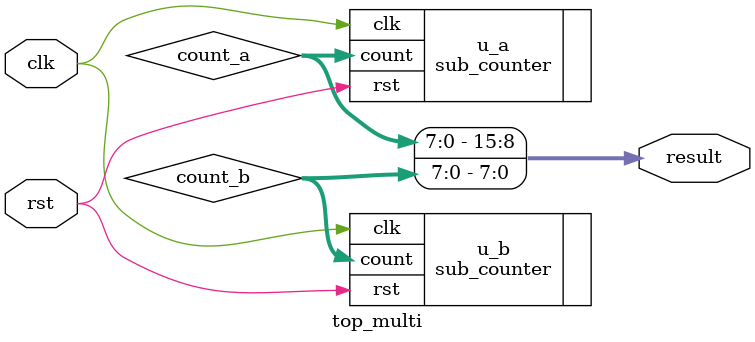
<source format=sv>
module top_multi (
    input  logic        clk,
    input  logic        rst,
    output logic [15:0] result
);
    logic [7:0] count_a, count_b;

    sub_counter #(.WIDTH(8)) u_a (
        .clk(clk), .rst(rst), .count(count_a)
    );

    sub_counter #(.WIDTH(8)) u_b (
        .clk(clk), .rst(rst), .count(count_b)
    );

    assign result = {count_a, count_b};
endmodule

</source>
